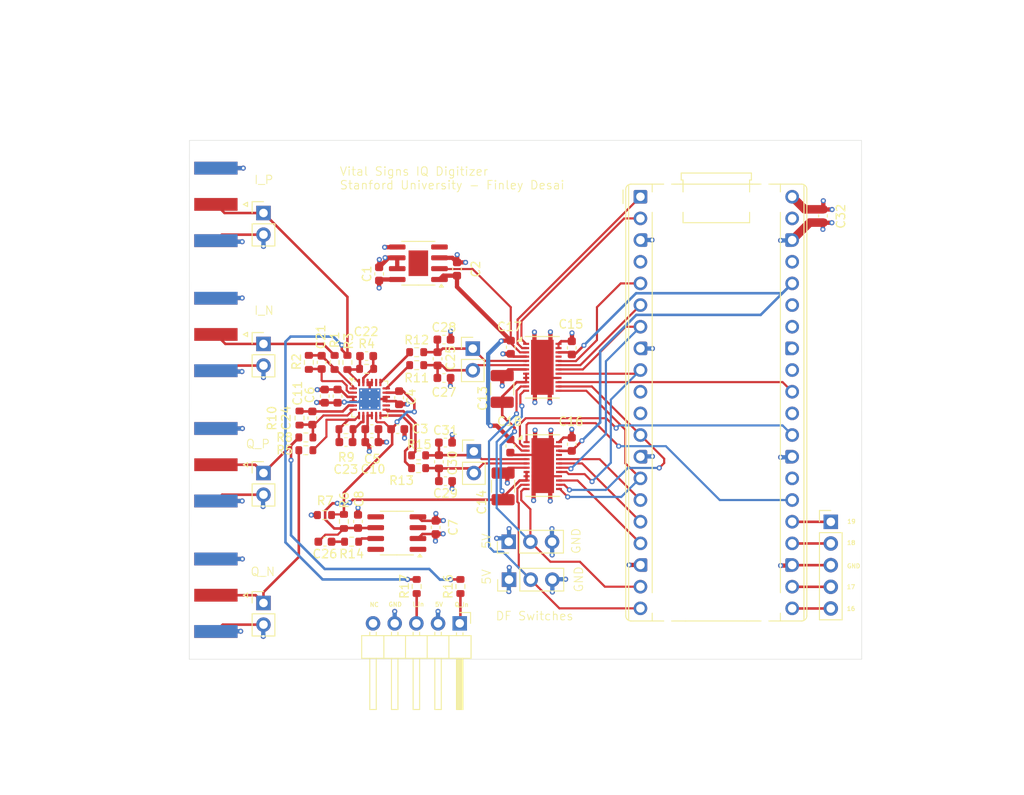
<source format=kicad_pcb>
(kicad_pcb (version 20241229) (generator "pcbnew") (generator_version "9.0")
  (layers (0 "F.Cu" signal) (4 "In1.Cu" signal) (6 "In2.Cu" signal) (2 "B.Cu" signal) (13 "F.Paste" user) (15 "B.Paste" user) (5 "F.SilkS" user "F.Silkscreen") (7 "B.SilkS" user "B.Silkscreen") (1 "F.Mask" user) (3 "B.Mask" user) (25 "Edge.Cuts" user))
  (net 0 "")
  (net 1 "/SEL_1")
  (net 2 "/GPIO_26")
  (net 3 "/GPIO_20")
  (net 4 "/GPIO_10")
  (net 5 "/GPIO_3")
  (net 6 "/SEL_0")
  (net 8 "/GPIO_1")
  (net 9 "/GPIO_6")
  (net 10 "/GPIO_4")
  (net 11 "GND")
  (net 12 "Net-(A1-GPIO18)")
  (net 13 "Net-(A1-GPIO17)")
  (net 14 "/GPIO_11")
  (net 15 "Net-(A1-GPIO19)")
  (net 16 "/GPIO_0")
  (net 17 "/GPIO_5")
  (net 18 "/3V3_Logic")
  (net 19 "/GPIO_22")
  (net 21 "/GPIO_12")
  (net 22 "Net-(A1-GPIO16)")
  (net 23 "/GPIO_13")
  (net 24 "/GPIO_9")
  (net 25 "+5V")
  (net 26 "/2V5")
  (net 27 "/Vref")
  (net 28 "Net-(U1A--IN1)")
  (net 29 "Net-(U1A-+FB1)")
  (net 30 "Net-(U1A-+IN1)")
  (net 31 "Net-(U1A--FB1)")
  (net 32 "Net-(U1B--IN2)")
  (net 33 "Net-(U1B-+FB2)")
  (net 34 "Net-(U1B-+IN2)")
  (net 35 "Net-(U1B--FB2)")
  (net 36 "/I_out_N")
  (net 37 "/I_out_P")
  (net 38 "Net-(C26-Pad1)")
  (net 39 "/Q_out_N")
  (net 40 "/Q_out_P")
  (net 41 "Net-(J1-In-)")
  (net 42 "/I_P")
  (net 43 "Net-(J12-Pin_1)")
  (net 44 "/Q_P")
  (net 46 "/Vocm")
  (net 47 "Net-(U1A-+1)")
  (net 48 "Net-(U1A--1)")
  (net 49 "Net-(U1B-+2)")
  (net 50 "Net-(U2-COMP)")
  (net 51 "Net-(U1B--2)")
  (net 70 "Net-(J6-Pin_3)")
  (net 71 "Net-(J6-Pin_1)")
  (footprint "Resistor_SMD:R_0603_1608Metric" (layer "F.Cu") (at 64.39 109.775 -90)
    (property "Reference" "R2")
    (property "Value" "1k")
  )
  (footprint "Package_DFN_QFN:DFN-24-1EP_4x7mm_P0.5mm_EP2.64x6.44mm" (layer "F.Cu") (at 91.8 121.875)
    (property "Reference" "U5" (hide yes))
    (property "Value" "LTC2508CDKD-32")
  )
  (footprint "Connector_PinHeader_2.54mm:PinHeader_1x02_P2.54mm_Vertical" (layer "F.Cu") (at 83.725 120.21)
    (property "Reference" "J8" (hide yes))
    (property "Value" "Conn_01x02_Pin")
  )
  (footprint "Connector_PinHeader_2.54mm:PinHeader_1x03_P2.54mm_Vertical" (layer "F.Cu") (at 87.81 130.8 90)
    (property "Reference" "SW2" (hide yes))
    (property "Value" "SW_SPDT" (hide yes))
  )
  (footprint "Resistor_SMD:R_0603_1608Metric" (layer "F.Cu") (at 68.91 109.785 -90)
    (property "Reference" "R3")
    (property "Value" "1k")
  )
  (footprint "Package_DFN_QFN:DFN-24-1EP_4x7mm_P0.5mm_EP2.64x6.44mm" (layer "F.Cu") (at 91.75 110.35)
    (property "Reference" "U4" (hide yes))
    (property "Value" "LTC2508CDKD-32")
  )
  (footprint "Resistor_SMD:R_0603_1608Metric" (layer "F.Cu") (at 66.225 127.675 180)
    (property "Reference" "R7")
    (property "Value" "10k")
  )
  (footprint "Resistor_SMD:R_0603_1608Metric" (layer "F.Cu") (at 82.15 136.05 90)
    (property "Reference" "R16")
    (property "Value" "0")
  )
  (footprint "Resistor_SMD:R_0603_1608Metric" (layer "F.Cu") (at 63.3 116.3 90)
    (property "Reference" "R10")
    (property "Value" "1k")
  )
  (footprint "Capacitor_SMD:C_0603_1608Metric" (layer "F.Cu") (at 80.225 111.6 180)
    (property "Reference" "C27")
    (property "Value" "3.3n")
  )
  (footprint "Capacitor_SMD:C_0603_1608Metric" (layer "F.Cu") (at 68.735 119.12)
    (property "Reference" "C23")
    (property "Value" "0.1u")
  )
  (footprint "Capacitor_SMD:C_0603_1608Metric" (layer "F.Cu") (at 71.775 119.125)
    (property "Reference" "C10")
    (property "Value" "0.1u")
  )
  (footprint "Capacitor_SMD:C_0603_1608Metric" (layer "F.Cu") (at 74.805 117.605 180)
    (property "Reference" "C3")
    (property "Value" "0.1u")
  )
  (footprint "Connector_Coaxial:SMA_Amphenol_132289_EdgeMount" (layer "F.Cu") (at 53.5 106.5 180)
    (property "Reference" "J1" (hide yes))
    (property "Value" "Conn_Coaxial")
  )
  (footprint "Capacitor_SMD:C_0603_1608Metric" (layer "F.Cu") (at 95.2 119.375 -90)
    (property "Reference" "C16")
    (property "Value" "0.1u")
  )
  (footprint "Connector_PinHeader_2.54mm:PinHeader_1x02_P2.54mm_Vertical" (layer "F.Cu") (at 83.6 108.16)
    (property "Reference" "J7" (hide yes))
    (property "Value" "Conn_01x02_Pin")
  )
  (footprint "Capacitor_SMD:C_1210_3225Metric_Pad1.33x2.70mm_HandSolder" (layer "F.Cu") (at 87.05 112.8875 90)
    (property "Reference" "C13")
    (property "Value" "47u")
  )
  (footprint "Capacitor_SMD:C_0603_1608Metric" (layer "F.Cu") (at 64.8 116.3 90)
    (property "Reference" "C24")
    (property "Value" "0.1u")
  )
  (footprint "Capacitor_SMD:C_0603_1608Metric" (layer "F.Cu") (at 88 119.575 -90)
    (property "Reference" "C18")
    (property "Value" "10u")
  )
  (footprint "Resistor_SMD:R_0603_1608Metric" (layer "F.Cu") (at 77.25 122.175)
    (property "Reference" "R13")
    (property "Value" "10")
  )
  (footprint "Connector_Coaxial:SMA_Amphenol_132289_EdgeMount" (layer "F.Cu") (at 53.5 137.075 180)
    (property "Reference" "J3" (hide yes))
    (property "Value" "Conn_Coaxial")
  )
  (footprint "Capacitor_SMD:C_0603_1608Metric" (layer "F.Cu") (at 79.475 109.355 90)
    (property "Reference" "C25")
    (property "Value" "3.3n")
  )
  (footprint "Resistor_SMD:R_0603_1608Metric" (layer "F.Cu") (at 67.41 109.785 -90)
    (property "Reference" "R1")
    (property "Value" "1k")
  )
  (footprint "Capacitor_SMD:C_0603_1608Metric" (layer "F.Cu") (at 80.4 119.175)
    (property "Reference" "C31")
    (property "Value" "3.3n")
  )
  (footprint "Module:RaspberryPi_Pico_Common_THT" (layer "F.Cu") (at 103.245 90.355)
    (property "Reference" "A1" (hide yes))
    (property "Value" "RaspberryPi_Pico_W")
  )
  (footprint "Resistor_SMD:R_0603_1608Metric" (layer "F.Cu") (at 68.5 128.425 90)
    (property "Reference" "R6")
    (property "Value" "10k")
  )
  (footprint "Capacitor_SMD:C_0603_1608Metric" (layer "F.Cu") (at 65.89 109.775 -90)
    (property "Reference" "C21")
    (property "Value" "0.1u")
  )
  (footprint "Resistor_SMD:R_0603_1608Metric" (layer "F.Cu") (at 77.25 120.675)
    (property "Reference" "R15")
    (property "Value" "10")
  )
  (footprint "Resistor_SMD:R_0603_1608Metric" (layer "F.Cu") (at 77.025 110.1)
    (property "Reference" "R11")
    (property "Value" "10")
  )
  (footprint "Connector_PinHeader_2.54mm:PinHeader_1x05_P2.54mm_Horizontal" (layer "F.Cu") (at 82.07 140.375 -90)
    (property "Reference" "J6" (hide yes))
    (property "Value" "Conn_01x05_Pin" (hide yes))
  )
  (footprint "Capacitor_SMD:C_0603_1608Metric" (layer "F.Cu") (at 80.4 123.7 180)
    (property "Reference" "C29")
    (property "Value" "3.3n")
  )
  (footprint "Capacitor_SMD:C_0603_1608Metric" (layer "F.Cu") (at 67.755 113.73 -90)
    (property "Reference" "C6")
    (property "Value" "1n")
  )
  (footprint "Capacitor_SMD:C_0603_1608Metric" (layer "F.Cu") (at 74.965 113.92 -90)
    (property "Reference" "C4")
    (property "Value" "0.1u")
  )
  (footprint "Capacitor_SMD:C_0603_1608Metric" (layer "F.Cu") (at 71.16 109.035)
    (property "Reference" "C22")
    (property "Value" "0.1u")
  )
  (footprint "Connector_Coaxial:SMA_Amphenol_132289_EdgeMount" (layer "F.Cu") (at 53.5 121.775 180)
    (property "Reference" "J4" (hide yes))
    (property "Value" "Conn_Coaxial")
  )
  (footprint "Capacitor_SMD:C_0603_1608Metric" (layer "F.Cu") (at 71.775 117.6)
    (property "Reference" "C5")
    (property "Value" "1n")
  )
  (footprint "Capacitor_SMD:C_1210_3225Metric_Pad1.33x2.70mm_HandSolder" (layer "F.Cu") (at 87.15 124.3125 90)
    (property "Reference" "C14")
    (property "Value" "47u")
  )
  (footprint "Connector_PinHeader_2.54mm:PinHeader_1x02_P2.54mm_Vertical" (layer "F.Cu") (at 59.075 122.75)
    (property "Reference" "J11" (hide yes))
    (property "Value" "Conn_01x02_Pin")
  )
  (footprint "Connector_Coaxial:SMA_Amphenol_132289_EdgeMount" (layer "F.Cu") (at 53.5 91.25 180)
    (property "Reference" "J2" (hide yes))
    (property "Value" "Conn_Coaxial")
  )
  (footprint "Capacitor_SMD:C_0603_1608Metric" (layer "F.Cu") (at 124.635 92.605 -90)
    (property "Reference" "C32")
    (property "Value" "10u")
  )
  (footprint "Capacitor_SMD:C_0603_1608Metric" (layer "F.Cu") (at 81.75 98.83 90)
    (property "Reference" "C2")
    (property "Value" "1u")
  )
  (footprint "Connector_PinHeader_2.54mm:PinHeader_1x02_P2.54mm_Vertical" (layer "F.Cu") (at 59.075 107.61)
    (property "Reference" "J10" (hide yes))
    (property "Value" "Conn_01x02_Pin" (hide yes))
  )
  (footprint "Resistor_SMD:R_0603_1608Metric" (layer "F.Cu") (at 69.4 130.8 180)
    (property "Reference" "R14")
    (property "Value" "82k")
  )
  (footprint "Connector_PinHeader_2.54mm:PinHeader_1x02_P2.54mm_Vertical" (layer "F.Cu") (at 59.075 137.985)
    (property "Reference" "J12" (hide yes))
    (property "Value" "Conn_01x02_Pin" (hide yes))
  )
  (footprint "Connector_PinHeader_2.54mm:PinHeader_1x05_P2.54mm_Vertical" (layer "F.Cu") (at 125.55 128.47)
    (property "Reference" "J5" (hide yes))
    (property "Value" "Conn_01x05_Pin" (hide yes))
  )
  (footprint "Capacitor_SMD:C_0603_1608Metric" (layer "F.Cu") (at 72.625 99.4 90)
    (property "Reference" "C1")
    (property "Value" "1u")
  )
  (footprint "Resistor_SMD:R_0603_1608Metric" (layer "F.Cu") (at 71.16 110.535)
    (property "Reference" "R4")
    (property "Value" "1k")
  )
  (footprint "Resistor_SMD:R_0603_1608Metric" (layer "F.Cu") (at 64.04 120.075)
    (property "Reference" "R5")
    (property "Value" "1k")
  )
  (footprint "Package_SO:SOIC-8_3.9x4.9mm_P1.27mm" (layer "F.Cu") (at 74.7 129.79 180)
    (property "Reference" "U2" (hide yes))
    (property "Value" "~")
  )
  (footprint "Resistor_SMD:R_0603_1608Metric" (layer "F.Cu") (at 77.025 136.05 90)
    (property "Reference" "R17")
    (property "Value" "R")
  )
  (footprint "Package_CSP:LFCSP-24-1EP_4x4mm_P0.5mm_EP2.5x2.5mm_ThermalVias" (layer "F.Cu") (at 71.525 114.075)
    (property "Reference" "U1" (hide yes))
    (property "Value" "ADA4940-2")
  )
  (footprint "Capacitor_SMD:C_0603_1608Metric" (layer "F.Cu") (at 66.255 113.73 -90)
    (property "Reference" "C11")
    (property "Value" "0.1u")
  )
  (footprint "Package_SO:SOIC-8-1EP_3.9x4.9mm_P1.27mm_EP2.29x3mm" (layer "F.Cu") (at 77.22 98.15 180)
    (property "Reference" "U3" (hide yes))
    (property "Value" "~")
  )
  (footprint "Connector_PinHeader_2.54mm:PinHeader_1x03_P2.54mm_Vertical" (layer "F.Cu") (at 87.845 135.25 90)
    (property "Reference" "SW1" (hide yes))
    (property "Value" "SW_SPDT" (hide yes))
  )
  (footprint "Capacitor_SMD:C_0603_1608Metric" (layer "F.Cu") (at 80.225 107.1)
    (property "Reference" "C28")
    (property "Value" "3.3n")
  )
  (footprint "Connector_PinHeader_2.54mm:PinHeader_1x02_P2.54mm_Vertical" (layer "F.Cu") (at 59.075 92.26)
    (property "Reference" "J9" (hide yes))
    (property "Value" "Conn_01x02_Pin")
  )
  (footprint "Capacitor_SMD:C_0603_1608Metric" (layer "F.Cu") (at 88.05 108 -90)
    (property "Reference" "C17")
    (property "Value" "10u")
  )
  (footprint "Capacitor_SMD:C_0603_1608Metric" (layer "F.Cu") (at 95.2 108.075 -90)
    (property "Reference" "C15")
    (property "Value" "0.1u")
  )
  (footprint "Resistor_SMD:R_0603_1608Metric" (layer "F.Cu") (at 64.04 118.575)
    (property "Reference" "R8")
    (property "Value" "1k")
  )
  (footprint "Resistor_SMD:R_0603_1608Metric" (layer "F.Cu") (at 77.025 108.575)
    (property "Reference" "R12")
    (property "Value" "10")
  )
  (footprint "Capacitor_SMD:C_0603_1608Metric" (layer "F.Cu") (at 66.275 130.8 180)
    (property "Reference" "C26")
    (property "Value" "10n")
  )
  (footprint "Resistor_SMD:R_0603_1608Metric" (layer "F.Cu") (at 68.74 117.605)
    (property "Reference" "R9")
    (property "Value" "1k")
  )
  (footprint "Capacitor_SMD:C_0603_1608Metric" (layer "F.Cu") (at 70.15 128.425 90)
    (property "Reference" "C8")
    (property "Value" "10u")
  )
  (footprint "Capacitor_SMD:C_0603_1608Metric" (layer "F.Cu") (at 79.635 121.43 90)
    (property "Reference" "C30")
    (property "Value" "3.3n")
  )
  (footprint "Capacitor_SMD:C_0603_1608Metric" (layer "F.Cu") (at 79.25 129.125 90)
    (property "Reference" "C7")
    (property "Value" "0.1u")
  )
  (gr_line (start 129.175 144.575) (end 129.15 83.75) (stroke (width 0.05)) (layer "Edge.Cuts"))
  (gr_line (start 50.4 83.75) (end 129.15 83.75) (stroke (width 0.05)) (layer "Edge.Cuts"))
  (gr_line (start 50.4 83.75) (end 50.375 144.575) (stroke (width 0.05)) (layer "Edge.Cuts"))
  (gr_line (start 50.375 144.575) (end 129.175 144.575) (stroke (width 0.05)) (layer "Edge.Cuts"))
  (gr_text "GND\n" (at 96.6 136.8 90) (layer "F.SilkS") (effects (font (size 1 1) (thickness 0.1)) (justify left bottom)))
  (gr_text "5V\n" (at 79.125 138.45 0) (layer "F.SilkS") (effects (font (size 0.5 0.5) (thickness 0.1)) (justify left bottom)))
  (gr_text "Vital Signs IQ Digitizer\nStanford University - Finley Desai" (at 67.95 89.575 0) (layer "F.SilkS") (effects (font (size 1 1) (thickness 0.1)) (justify left bottom)))
  (gr_text "Q_In\n" (at 81.425 138.475 0) (layer "F.SilkS") (effects (font (size 0.5 0.5) (thickness 0.1)) (justify left bottom)))
  (gr_text "5V\n" (at 85.8 135.9 90) (layer "F.SilkS") (effects (font (size 1 1) (thickness 0.1)) (justify left bottom)))
  (gr_text "DF Switches\n" (at 86.225 140.095 0) (layer "F.SilkS") (effects (font (size 1 1) (thickness 0.1)) (justify left bottom)))
  (gr_text "NC" (at 71.475 138.475 0) (layer "F.SilkS") (effects (font (size 0.5 0.5) (thickness 0.1)) (justify left bottom)))
  (gr_text "GND" (at 73.675 138.45 0) (layer "F.SilkS") (effects (font (size 0.5 0.5) (thickness 0.1)) (justify left bottom)))
  (gr_text "16" (at 127.375 138.95 0) (layer "F.SilkS") (effects (font (size 0.5 0.5) (thickness 0.1)) (justify left bottom)))
  (gr_text "18" (at 127.4 131.225 0) (layer "F.SilkS") (effects (font (size 0.5 0.5) (thickness 0.1)) (justify left bottom)))
  (gr_text "5V\n" (at 85.8 131.7 90) (layer "F.SilkS") (effects (font (size 1 1) (thickness 0.1)) (justify left bottom)))
  (gr_text "17" (at 127.375 136.4 0) (layer "F.SilkS") (effects (font (size 0.5 0.5) (thickness 0.1)) (justify left bottom)))
  (gr_text "GND" (at 127.4 133.95 0) (layer "F.SilkS") (effects (font (size 0.5 0.5) (thickness 0.1)) (justify left bottom)))
  (gr_text "I_N\n" (at 57.925 104.275 0) (layer "F.SilkS") (effects (font (size 1 1) (thickness 0.1)) (justify left bottom)))
  (gr_text "I_P" (at 57.925 88.95 0) (layer "F.SilkS") (effects (font (size 1 1) (thickness 0.1)) (justify left bottom)))
  (gr_text "Q_P" (at 56.95 119.925 0) (layer "F.SilkS") (effects (font (size 1 1) (thickness 0.1)) (justify left bottom)))
  (gr_text "19\n" (at 127.425 128.725 0) (layer "F.SilkS") (effects (font (size 0.5 0.5) (thickness 0.1)) (justify left bottom)))
  (gr_text "Q_N\n" (at 57.5 134.9 0) (layer "F.SilkS") (effects (font (size 1 1) (thickness 0.1)) (justify left bottom)))
  (gr_text "GND\n" (at 96.3 132.3 90) (layer "F.SilkS") (effects (font (size 1 1) (thickness 0.1)) (justify left bottom)))
  (gr_text "I_In" (at 76.5 138.425 0) (layer "F.SilkS") (effects (font (size 0.5 0.5) (thickness 0.1)) (justify left bottom)))
  (segment (start 90.35 130.8) (end 92.7 133.15) (width 0.25) (layer "F.Cu") (net 1))
  (segment (start 89.625 113.1) (end 89.177 113.548) (width 0.25) (layer "F.Cu") (net 1))
  (segment (start 90.35 126.998) (end 90.35 130.8) (width 0.25) (layer "F.Cu") (net 1))
  (segment (start 89.55 124.625) (end 89.277 124.898) (width 0.25) (layer "F.Cu") (net 1))
  (segment (start 96.15 133.15) (end 99.075 136.075) (width 0.25) (layer "F.Cu") (net 1))
  (segment (start 89.177 113.7) (end 89.177 114.726) (width 0.25) (layer "F.Cu") (net 1))
  (segment (start 89.277 124.898) (end 89.277 125.925) (width 0.25) (layer "F.Cu") (net 1))
  (segment (start 89.9 124.625) (end 89.55 124.625) (width 0.25) (layer "F.Cu") (net 1))
  (segment (start 89.177 114.726) (end 89.351 114.9) (width 0.25) (layer "F.Cu") (net 1))
  (segment (start 99.075 136.075) (end 103.245 136.075) (width 0.25) (layer "F.Cu") (net 1))
  (segment (start 89.277 125.925) (end 90.35 126.998) (width 0.25) (layer "F.Cu") (net 1))
  (segment (start 89.85 113.1) (end 89.625 113.1) (width 0.25) (layer "F.Cu") (net 1))
  (segment (start 92.7 133.15) (end 96.15 133.15) (width 0.25) (layer "F.Cu") (net 1))
  (segment (start 89.177 113.548) (end 89.177 113.7) (width 0.25) (layer "F.Cu") (net 1))
  (via (at 89.351 114.9) (size 0.6) (drill 0.3) (layers "F.Cu" "B.Cu") (net 1))
  (segment (start 86.4 126.85) (end 90.35 130.8) (width 0.25) (layer "B.Cu") (net 1))
  (segment (start 89.351 114.9) (end 89.351 116.149) (width 0.25) (layer "B.Cu") (net 1))
  (segment (start 86.4 119.1) (end 86.4 126.85) (width 0.25) (layer "B.Cu") (net 1))
  (segment (start 89.351 116.149) (end 86.4 119.1) (width 0.25) (layer "B.Cu") (net 1))
  (segment (start 119.899 112.089) (end 121.025 113.215) (width 0.25) (layer "F.Cu") (net 2))
  (segment (start 93.661 112.089) (end 119.899 112.089) (width 0.25) (layer "F.Cu") (net 2))
  (segment (start 93.65 112.1) (end 93.661 112.089) (width 0.25) (layer "F.Cu") (net 2))
  (segment (start 98 116.9) (end 100.7 119.6) (width 0.25) (layer "F.Cu") (net 3))
  (segment (start 89.9 117.1) (end 90.1 116.9) (width 0.25) (layer "F.Cu") (net 3))
  (segment (start 90.1 116.9) (end 98 116.9) (width 0.25) (layer "F.Cu") (net 3))
  (segment (start 89.9 119.125) (end 89.9 117.1) (width 0.25) (layer "F.Cu") (net 3))
  (via (at 100.7 119.6) (size 0.6) (drill 0.3) (layers "F.Cu" "B.Cu") (net 3))
  (segment (start 100.7 119.6) (end 106.225 119.6) (width 0.25) (layer "B.Cu") (net 3))
  (segment (start 106.225 119.6) (end 112.54 125.915) (width 0.25) (layer "B.Cu") (net 3))
  (segment (start 112.54 125.915) (end 121.025 125.915) (width 0.25) (layer "B.Cu") (net 3))
  (segment (start 93.7 124.625) (end 93.8 124.625) (width 0.25) (layer "F.Cu") (net 4))
  (segment (start 101.475 117.675) (end 101.475 121.605) (width 0.25) (layer "F.Cu") (net 4))
  (segment (start 93.8 124.625) (end 94.725 125.55) (width 0.25) (layer "F.Cu") (net 4))
  (segment (start 101.475 121.605) (end 103.245 123.375) (width 0.25) (layer "F.Cu") (net 4))
  (segment (start 96.9 113.1) (end 101.475 117.675) (width 0.25) (layer "F.Cu") (net 4))
  (segment (start 93.65 113.1) (end 96.9 113.1) (width 0.25) (layer "F.Cu") (net 4))
  (via (at 94.725 125.55) (size 0.6) (drill 0.3) (layers "F.Cu" "B.Cu") (net 4))
  (segment (start 94.725 125.55) (end 101 125.55) (width 0.25) (layer "B.Cu") (net 4))
  (segment (start 101 125.55) (end 103.175 123.375) (width 0.25) (layer "B.Cu") (net 4))
  (segment (start 103.175 123.375) (end 103.245 123.375) (width 0.25) (layer "B.Cu") (net 4))
  (segment (start 93.676 109.626) (end 95.684466 109.626) (width 0.25) (layer "F.Cu") (net 5))
  (segment (start 98.15 103.3) (end 100.935 100.515) (width 0.25) (layer "F.Cu") (net 5))
  (segment (start 95.684466 109.626) (end 98.15 107.160466) (width 0.25) (layer "F.Cu") (net 5))
  (segment (start 100.935 100.515) (end 103.245 100.515) (width 0.25) (layer "F.Cu") (net 5))
  (segment (start 93.65 109.6) (end 93.676 109.626) (width 0.25) (layer "F.Cu") (net 5))
  (segment (start 98.15 107.160466) (end 98.15 103.3) (width 0.25) (layer "F.Cu") (net 5))
  (segment (start 89.223 112.6) (end 88.726 113.097) (width 0.25) (layer "F.Cu") (net 6))
  (segment (start 88.986 126.285) (end 88.986 133.851) (width 0.25) (layer "F.Cu") (net 6))
  (segment (start 93.75 138.615) (end 103.245 138.615) (width 0.25) (layer "F.Cu") (net 6))
  (segment (start 88.826 124.572) (end 88.826 126.125) (width 0.25) (layer "F.Cu") (net 6))
  (segment (start 88.826 126.125) (end 88.986 126.285) (width 0.25) (layer "F.Cu") (net 6))
  (segment (start 88.726 114.6) (end 88.726 115.799) (width 0.25) (layer "F.Cu") (net 6))
  (segment (start 89.85 112.6) (end 89.223 112.6) (width 0.25) (layer "F.Cu") (net 6))
  (segment (start 88.726 115.799) (end 88.725 115.8) (width 0.25) (layer "F.Cu") (net 6))
  (segment (start 90.385 135.25) (end 93.75 138.615) (width 0.25) (layer "F.Cu") (net 6))
  (segment (start 88.726 113.097) (end 88.726 114.6) (width 0.25) (layer "F.Cu") (net 6))
  (segment (start 89.9 124.125) (end 89.273 124.125) (width 0.25) (layer "F.Cu") (net 6))
  (segment (start 88.986 133.851) (end 90.385 135.25) (width 0.25) (layer "F.Cu") (net 6))
  (segment (start 89.273 124.125) (end 88.826 124.572) (width 0.25) (layer "F.Cu") (net 6))
  (via (at 88.725 115.8) (size 0.6) (drill 0.3) (layers "F.Cu" "B.Cu") (net 6))
  (segment (start 85.5 131.4) (end 86.076 131.976) (width 0.25) (layer "B.Cu") (net 6))
  (segment (start 85.5 119.025) (end 85.5 131.4) (width 0.25) (layer "B.Cu") (net 6))
  (segment (start 87.111 131.976) (end 90.385 135.25) (width 0.25) (layer "B.Cu") (net 6))
  (segment (start 86.076 131.976) (end 87.111 131.976) (width 0.25) (layer "B.Cu") (net 6))
  (segment (start 88.725 115.8) (end 85.5 119.025) (width 0.25) (layer "B.Cu") (net 6))
  (segment (start 89.301 107.051) (end 89.301 104.93681) (width 0.25) (layer "F.Cu") (net 8))
  (segment (start 89.85 107.6) (end 89.301 107.051) (width 0.25) (layer "F.Cu") (net 8))
  (segment (start 101.34281 92.895) (end 103.245 92.895) (width 0.25) (layer "F.Cu") (net 8))
  (segment (start 89.301 104.93681) (end 101.34281 92.895) (width 0.25) (layer "F.Cu") (net 8))
  (segment (start 93.7 122.625) (end 94.589702 122.625) (width 0.25) (layer "F.Cu") (net 9))
  (segment (start 94.840702 122.876) (end 96.701 122.876) (width 0.25) (layer "F.Cu") (net 9))
  (segment (start 94.589702 122.625) (end 94.840702 122.876) (width 0.25) (layer "F.Cu") (net 9))
  (segment (start 96.701 122.876) (end 97.575 123.75) (width 0.25) (layer "F.Cu") (net 9))
  (segment (start 102.82 111.1) (end 103.245 110.675) (width 0.25) (layer "F.Cu") (net 9))
  (segment (start 93.65 111.1) (end 102.82 111.1) (width 0.25) (layer "F.Cu") (net 9))
  (via (at 97.575 123.75) (size 0.6) (drill 0.3) (layers "F.Cu" "B.Cu") (net 9))
  (segment (start 97.575 123.75) (end 99.775 121.55) (width 0.25) (layer "B.Cu") (net 9))
  (segment (start 99.775 121.55) (end 99.775 114.145) (width 0.25) (layer "B.Cu") (net 9))
  (segment (start 99.775 114.145) (end 103.245 110.675) (width 0.25) (layer "B.Cu") (net 9))
  (segment (start 103.245 103.055) (end 96.2 110.1) (width 0.25) (layer "F.Cu") (net 10))
  (segment (start 96.2 110.1) (end 93.65 110.1) (width 0.25) (layer "F.Cu") (net 10))
  (segment (start 53.6 110.85) (end 53.5 110.75) (width 0.5) (layer "F.Cu") (net 11))
  (segment (start 93.073 119.625) (end 91.8 120.898) (width 0.25) (layer "F.Cu") (net 11))
  (segment (start 54.2 94.8) (end 53.5 95.5) (width 0.3) (layer "F.Cu") (net 11))
  (segment (start 71.525 112.1625) (end 71.55 112.1375) (width 0.3) (layer "F.Cu") (net 11))
  (segment (start 90.825 109.425) (end 91.75 110.35) (width 0.5) (layer "F.Cu") (net 11))
  (segment (start 123.08 93.38) (end 121.025 95.435) (width 1) (layer "F.Cu") (net 11))
  (segment (start 66.225 114.475) (end 66.255 114.505) (width 0.5) (layer "F.Cu") (net 11))
  (segment (start 87.65 123.25) (end 87.15 122.75) (width 0.5) (layer "F.Cu") (net 11))
  (segment (start 56.4 141.3) (end 53.525 141.3) (width 0.5) (layer "F.Cu") (net 11))
  (segment (start 74.745 97.515) (end 73.735 97.515) (width 0.5) (layer "F.Cu") (net 11))
  (segment (start 72.55 117.6) (end 72.55 119.125) (width 0.3) (layer "F.Cu") (net 11))
  (segment (start 54.3 140.525) (end 53.5 141.325) (width 0.3) (layer "F.Cu") (net 11))
  (segment (start 124.625 94.175) (end 124.625 93.39) (width 0.5) (layer "F.Cu") (net 11))
  (segment (start 93 111.6) (end 91.75 110.35) (width 0.25) (layer "F.Cu") (net 11))
  (segment (start 92.75 117.725) (end 92.75 120.925) (width 0.5) (layer "F.Cu") (net 11))
  (segment (start 87.775 122.125) (end 87.15 122.75) (width 0.25) (layer "F.Cu") (net 11))
  (segment (start 71.775 112.1375) (end 71.55 112.1375) (width 0.3) (layer "F.Cu") (net 11))
  (segment (start 72.65 97.725) (end 72.65 98.6) (width 0.5) (layer "F.Cu") (net 11))
  (segment (start 56.575 102.225) (end 53.525 102.225) (width 0.5) (layer "F.Cu") (net 11))
  (segment (start 59.075 94.8) (end 54.2 94.8) (width 0.3) (layer "F.Cu") (net 11))
  (segment (start 121.04 133.55) (end 121.025 133.535) (width 0.3) (layer "F.Cu") (net 11))
  (segment (start 88.375 109.1) (end 88.05 108.775) (width 0.3) (layer "F.Cu") (net 11))
  (segment (start 53.55 141.375) (end 53.5 141.325) (width 0.5) (layer "F.Cu") (net 11))
  (segment (start 89.9 120.625) (end 88.275 120.625) (width 0.3) (layer "F.Cu") (net 11))
  (segment (start 75.6 117.625) (end 75.58 117.605) (width 0.5) (layer "F.Cu") (net 11))
  (segment (start 90.9 117.725) (end 90.9 120.975) (width 0.5) (layer "F.Cu") (net 11))
  (segment (start 56.6 132.825) (end 53.5 132.825) (width 0.5) (layer "F.Cu") (net 11))
  (segment (start 53.525 86.975) (end 53.5 87) (width 0.5) (layer "F.Cu") (net 11))
  (segment (start 75.6 118.65) (end 75.6 117.625) (width 0.5) (layer "F.Cu") (net 11))
  (segment (start 92.675 126.025) (end 92.675 122.75) (width 0.5) (layer "F.Cu") (net 11))
  (segment (start 79.275 128.325) (end 79.25 128.35) (width 0.5) (layer "F.Cu") (net 11))
  (segment (start 95.225 107.275) (end 95.2 107.3) (width 0.5) (layer "F.Cu") (net 11))
  (segment (start 75.95 114.675) (end 74.985 114.675) (width 0.5) (layer "F.Cu") (net 11))
  (segment (start 121.075 133.585) (end 121.025 133.535) (width 0.5) (layer "F.Cu") (net 11))
  (segment (start 90.875 114.475) (end 90.875 111.225) (width 0.5) (layer "F.Cu") (net 11))
  (segment (start 56.7 87) (end 53.5 87) (width 0.5) (layer "F.Cu") (net 11))
  (segment (start 93.7 119.625) (end 93.073 119.625) (width 0.25) (layer "F.Cu") (net 11))
  (segment (start 94.225 118.6) (end 93.7 119.125) (width 0.3) (layer "F.Cu") (net 11))
  (segment (start 120.96 133.6) (end 121.025 133.535) (width 0.5) (layer "F.Cu") (net 11))
  (segment (start 59.075 140.525) (end 54.3 140.525) (width 0.3) (layer "F.Cu") (net 11))
  (segment (start 65.3 114.475) (end 66.225 114.475) (width 0.5) (layer "F.Cu") (net 11))
  (segment (start 67.755 114.505) (end 66.255 114.505) (width 0.3) (layer "F.Cu") (net 11))
  (segment (start 79.275 127.5) (end 79.275 128.325) (width 0.5) (layer "F.Cu") (net 11))
  (segment (start 59.075 110.15) (end 54.1 110.15) (width 0.3) (layer "F.Cu") (net 11))
  (segment (start 56.575 95.625) (end 53.625 95.625) (width 0.5) (layer "F.Cu") (net 11))
  (segment (start 74.745 97.515) (end 74.745 98.785) (width 0.5) (layer "F.Cu") (net 11))
  (segment (start 87.65 123.925) (end 87.65 123.25) (width 0.5) (layer "F.Cu") (net 11))
  (segment (start 80.15 128.325) (end 79.275 128.325) (width 0.5) (layer "F.Cu") (net 11))
  (segment (start 73.735 97.515) (end 72.625 98.625) (width 0.5) (layer "F.Cu") (net 11))
  (segment (start 93.95 107.3) (end 93.65 107.6) (width 0.3) (layer "F.Cu") (net 11))
  (segment (start 54.1 110.15) (end 53.5 110.75) (width 0.3) (layer "F.Cu") (net 11))
  (segment (start 72.65 98.6) (end 72.625 98.625) (width 0.5) (layer "F.Cu") (net 11))
  (segment (start 56.6 117.525) (end 53.5 117.525) (width 0.5) (layer "F.Cu") (net 11))
  (segment (start 53.525 102.225) (end 53.5 102.25) (width 0.5) (layer "F.Cu") (net 11))
  (segment (start 125.675 93.4) (end 124.655 93.4) (width 0.5) (layer "F.Cu") (net 11))
  (segment (start 119.675 133.6) (end 120.96 133.6) (width 0.5) (layer "F.Cu") (net 11))
  (segment (start 80.975 112.575) (end 80.975 111.625) (width 0.5) (layer "F.Cu") (net 11))
  (segment (start 90.825 106.225) (end 90.825 109.425) (width 0.5) (layer "F.Cu") (net 11))
  (segment (start 81.775 97.15) (end 81.775 98.03) (width 0.5) (layer "F.Cu") (net 11))
  (segment (start 59.075 125.29) (end 54.235 125.29) (width 0.3) (layer "F.Cu") (net 11))
  (segment (start 124.625 93.39) (end 124.635 93.38) (width 0.5) (layer "F.Cu") (net 11))
  (segment (start 79.25 128.35) (end 77.64 128.35) (width 0.3) (layer "F.Cu") (net 11))
  (segment (start 81.175 124.6) (end 81.175 123.7) (width 0.5) (layer "F.Cu") (net 11))
  (segment (start 72.525 114.075) (end 73.4625 114.075) (width 0.3) (layer "F.Cu") (net 11))
  (segment (start 77.64 128.35) (end 77.175 127.885) (width 0.3) (layer "F.Cu") (net 11))
  (segment (start 67.755 114.505) (end 68.464251 114.505) (width 0.25) (layer "F.Cu") (net 11))
  (segment (start 53.625 95.625) (end 53.5 95.5) (width 0.5) (layer "F.Cu") (net 11))
  (segment (start 64.675 127.675) (end 65.4 127.675) (width 0.5) (layer "F.Cu") (net 11))
  (segment (start 89.85 109.1) (end 88.375 109.1) (width 0.3) (layer "F.Cu") (net 11))
  (segment (start 87.125 108.775) (end 88.05 108.775) (width 0.5) (layer "F.Cu") (net 11))
  (segment (start 56.55 110.85) (end 53.6 110.85) (width 0.5) (layer "F.Cu") (net 11))
  (segment (start 101.925 133.525) (end 103.235 133.525) (width 0.5) (layer "F.Cu") (net 11))
  (segment (start 95.2 117.625) (end 95.2 118.6) (width 0.5) (layer "F.Cu") (net 11))
  (segment (start 89.9 120.625) (end 90.55 120.625) (width 0.25) (layer "F.Cu") (net 11))
  (segment (start 74.73 97.5) (end 74.745 97.515) (width 0.5) (layer "F.Cu") (net 11))
  (segment (start 70.15 126.825) (end 70.15 127.65) (width 0.5) (layer "F.Cu") (net 11))
  (segment (start 95.2 118.6) (end 94.225 118.6) (width 0.3) (layer "F.Cu") (net 11))
  (segment (start 56.575 126.025) (end 53.5 126.025) (width 0.5) (layer "F.Cu") (net 11))
  (segment (start 93.65 111.6) (end 93 111.6) (width 0.25) (layer "F.Cu") (net 11))
  (segment (start 82.75 98.05) (end 81.755 98.05) (width 0.5) (layer "F.Cu") (net 11))
  (segment (start 74.965 114.695) (end 74.595 114.325) (width 0.3) (layer "F.Cu") (net 11))
  (segment (start 87.05 112.525) (end 87.05 111.325) (width 0.5) (layer "F.Cu") (net 11))
  (segment (start 92.625 111.225) (end 91.75 110.35) (width 0.5) (layer "F.Cu") (net 11))
  (segment (start 88.275 120.625) (end 88 120.35) (width 0.3) (layer "F.Cu") (net 11))
  (segment (start 81.755 98.05) (end 81.75 98.055) (width 0.5) (layer "F.Cu") (net 11))
  (segment (start 91.8 120.898) (end 91.8 121.875) (width 0.25) (layer "F.Cu") (net 11))
  (segment (start 80.975 111.625) (end 81 111.6) (width 0.5) (layer "F.Cu") (net 11))
  (segment (start 90.9 120.975) (end 91.8 121.875) (width 0.5) (layer "F.Cu") (net 11))
  (segment (start 71.55 112.1375) (end 71.275 112.1375) (width 0.3) (layer "F.Cu") (net 11))
  (segment (start 81.21 97.515) (end 79.695 97.515) (width 0.5) (layer "F.Cu") (net 11))
  (segment (start 73.325 97.5) (end 74.73 97.5) (width 0.5) (layer "F.Cu") (net 11))
  (segment (start 95.225 106.325) (end 95.225 107.275) (width 0.5) (layer "F.Cu") (net 11))
  (segment (start 73.4625 114.075) (end 73.4625 114.325) (width 0.3) (layer "F.Cu") (net 11))
  (segment (start 92.675 122.75) (end 91.8 121.875) (width 0.5) (layer "F.Cu") (net 11))
  (segment (start 124.655 93.4) (end 124.635 93.38) (width 0.5) (layer "F.Cu") (net 11))
  (segment (start 71.525 113.075) (end 71.525 112.1625) (width 0.3) (layer "F.Cu") (net 11))
  (segment (start 81 106.125) (end 81 107.1) (width 0.5) (layer "F.Cu") (net 11))
  (segment (start 103.235 133.525) (end 103.245 133.535) (width 0.5) (layer "F.Cu") (net 11))
  (segment (start 92.7 106.2) (end 92.7 109.4) (width 0.5) (layer "F.Cu") (net 11))
  (segment (start 124.635 93.38) (end 123.08 93.38) (width 1) (layer "F.Cu") (net 11))
  (segment (start 90.55 120.625) (end 91.8 121.875) (width 0.25) (layer "F.Cu") (net 11))
  (segment (start 90.875 111.225) (end 91.75 110.35) (width 0.5) (layer "F.Cu") (net 11))
  (segment (start 72.785 98.785) (end 72.625 98.625) (width 0.5) (layer "F.Cu") (net 11))
  (segment (start 93.65 107.6) (end 93.65 108.1) (width 0.25) (layer "F.Cu") (net 11))
  (segment (start 54.235 125.29) (end 53.5 126.025) (width 0.3) (layer "F.Cu") (net 11))
  (segment (start 92.7 109.4) (end 91.75 110.35) (width 0.5) (layer "F.Cu") (net 11))
  (segment (start 81.2 119.15) (end 81.175 119.175) (width 0.5) (layer "F.Cu") (net 11))
  (segment (start 68.464251 114.505) (end 68.538717 114.430534) (width 0.25) (layer "F.Cu") (net 11))
  (segment (start 74.985 114.675) (end 74.965 114.695) (width 0.5) (layer "F.Cu") (net 11))
  (segment (start 89.85 110.6) (end 87.775 110.6) (width 0.3) (layer "F.Cu") (net 11))
  (segment (start 93.05 123.125) (end 91.8 121.875) (width 0.25) (layer "F.Cu") (net 11))
  (segment (start 92.625 114.475) (end 92.625 111.225) (width 0.5) (layer "F.Cu") (net 11))
  (segment (start 53.525 141.3) (end 53.5 141.325) (width 0.5) (layer "F.Cu") (net 11))
  (segment (start 90.725 122.95) (end 91.8 121.875) (width 0.5) (layer "F.Cu") (net 11))
  (segment (start 90.725 125.975) (end 90.725 122.95) (width 0.5) (layer "F.Cu") (net 11))
  (segment (start 74.585 98.625) (end 74.745 98.785) (width 0.3) (layer "F.Cu") (net 11))
  (segment (start 89.9 122.125) (end 87.775 122.125) (width 0.25) (layer "F.Cu") (net 11))
  (segment (start 73.4625 113.825) (end 73.4625 114.075) (width 0.3) (layer "F.Cu") (net 11))
  (segment (start 81.775 98.03) (end 81.75 98.055) (width 0.5) (layer "F.Cu") (net 11))
  (segment (start 95.2 107.3) (end 93.95 107.3) (width 0.3) (layer "F.Cu") (net 11))
  (segment (start 73.5 119.125) (end 72.55 119.125) (width 0.5) (layer "F.Cu") (net 11))
  (segment (start 93.7 123.125) (end 93.05 123.125) (width 0.25) (layer "F.Cu") (net 11))
  (segment (start 87.775 110.6) (end 87.05 111.325) (width 0.3) (layer "F.Cu") (net 11))
  (segment (start 74.595 114.325) (end 73.4625 114.325) (width 0.3) (layer "F.Cu") (net 11))
  (segment (start 81.75 98.055) (end 81.21 97.515) (width 0.5) (layer "F.Cu") (net 11))
  (segment (start 92.75 120.925) (end 91.8 121.875) (width 0.5) (layer "F.Cu") (net 11))
  (segment (start 125.55 133.55) (end 121.04 133.55) (width 0.3) (layer "F.Cu") (net 11))
  (segment (start 81.2 118.25) (end 81.2 119.15) (width 0.5) (layer "F.Cu") (net 11))
  (via (at 87.65 123.925) (size 0.6) (drill 0.3) (layers "F.Cu" "B.Cu") (net 11))
  (via (at 92.925 136.7) (size 0.6) (drill 0.3) (layers "F.Cu" "B.Cu") (net 11))
  (via (at 95.2 117.625) (size 0.6) (drill 0.3) (layers "F.Cu" "B.Cu") (net 11))
  (via (at 92.675 126.025) (size 0.6) (drill 0.3) (layers "F.Cu" "B.Cu") (net 11))
  (via (at 92.7 106.2) (size 0.6) (drill 0.3) (layers "F.Cu" "B.Cu") (net 11))
  (via (at 73.325 97.5) (size 0.6) (drill 0.3) (layers "F.Cu" "B.Cu") (net 11))
  (via (at 64.675 127.675) (size 0.6) (drill 0.3) (layers "F.Cu" "B.Cu") (net 11))
  (via (at 90.825 106.225) (size 0.6) (drill 0.3) (layers "F.Cu" "B.Cu") (net 11))
  (via (at 92.75 117.725) (size 0.6) (drill 0.3) (layers "F.Cu" "B.Cu") (net 11))
  (via (at 56.575 102.225) (size 0.6) (drill 0.3) (layers "F.Cu" "B.Cu") (net 11))
  (via (at 80.15 128.325) (size 0.6) (drill 0.3) (layers "F.Cu" "B.Cu") (net 11))
  (via (at 56.4 141.3) (size 0.6) (drill 0.3) (layers "F.Cu" "B.Cu") (net 11))
  (via (at 56.6 132.825) (size 0.6) (drill 0.3) (layers "F.Cu" "B.Cu") (net 11))
  (via (at 92.875 129.275) (size 0.6) (drill 0.3) (layers "F.Cu" "B.Cu") (net 11))
  (via (at 104.6 95.425) (size 0.6) (drill 0.3) (layers "F.Cu" "B.Cu") (net 11))
  (via (at 81.2 118.25) (size 0.6) (drill 0.3) (layers "F.Cu" "B.Cu") (net 11))
  (via (at 59.075 96.175) (size 0.6) (drill 0.3) (layers "F.Cu" "B.Cu") (net 11))
  (via (at 90.9 117.725) (size 0.6) (drill 0.3) (layers "F.Cu" "B.Cu") (net 11))
  (via (at 119.675 120.9) (size 0.6) (drill 0.3) (layers "F.Cu" "B.Cu") (net 11))
  (via (at 59.05 141.9) (size 0.6) (drill 0.3) (layers "F.Cu" "B.Cu") (net 11))
  (via (at 59.025 126.675) (size 0.6) (drill 0.3) (layers "F.Cu" "B.Cu") (net 11))
  (via (at 124.625 94.175) (size 0.6) (drill 0.3) (layers "F.Cu" "B.Cu") (net 11))
  (via (at 68.538717 114.430534) (size 0.6) (drill 0.3) (layers "F.Cu" "B.Cu") (net 11))
  (via (at 56.575 95.625) (size 0.6) (drill 0.3) (layers "F.Cu" "B.Cu") (net 11))
  (via (at 101.925 133.525) (size 0.6) (drill 0.3) (layers "F.Cu" "B.Cu") (net 11))
  (via (at 90.725 125.975) (size 0.6) (drill 0.3) (layers "F.Cu" "B.Cu") (net 11))
  (via (at 81.175 124.6) (size 0.6) (drill 0.3) (layers "F.Cu" "B.Cu") (net 11))
  (via (at 70.15 126.825) (size 0.6) (drill 0.3) (layers "F.Cu" "B.Cu") (net 11))
  (via (at 87.125 108.775) (size 0.6) (drill 0.3) (layers "F.Cu" "B.Cu") (net 11))
  (via (at 56.6 117.525) (size 0.6) (drill 0.3) (layers "F.Cu" "B.Cu") (net 11))
  (via (at 87.05 112.525) (size 0.6) (drill 0.3) (layers "F.Cu" "B.Cu") (net 11))
  (via (at 75.6 118.65) (size 0.6) (drill 0.3) (layers "F.Cu" "B.Cu") (net 11))
  (via (at 81 106.125) (size 0.6) (drill 0.3) (layers "F.Cu" "B.Cu") (net 11))
  (via (at 119.675 95.475) (size 0.6) (drill 0.3) (layers "F.Cu" "B.Cu") (net 11))
  (via (at 72.65 97.725) (size 0.6) (drill 0.3) (layers "F.Cu" "B.Cu") (net 11))
  (via (at 94.475 135.2) (size 0.6) (drill 0.3) (layers "F.Cu" "B.Cu") (net 11))
  (via (at 56.575 126.025) (size 0.6) (drill 0.3) (layers "F.Cu" "B.Cu") (net 11))
  (via (at 79.275 127.5) (size 0.6) (drill 0.3) (layers "F.Cu" "B.Cu") (net 11))
  (via (at 82.75 98.05) (size 0.6) (drill 0.3) (layers "F.Cu" "B.Cu") (net 11))
  (via (at 56.55 110.85) (size 0.6) (drill 0.3) (layers "F.Cu" "B.Cu") (net 11))
  (via (at 104.65 108.15) (size 0.6) (drill 0.3) (layers "F.Cu" "B.Cu") (net 11))
  (via (at 90.875 114.475) (size 0.6) (drill 0.3) (layers "F.Cu" "B.Cu") (net 11))
  (via (at 119.675 133.6) (size 0.6) (drill 0.3) (layers "F.Cu" "B.Cu") (net 11))
  (via (at 75.95 114.675) (size 0.6) (drill 0.3) (layers "F.Cu" "B.Cu") (net 11))
  (via (at 65.3 114.475) (size 0.6) (drill 0.3) (layers "F.Cu" "B.Cu") (net 11))
  (via (at 74.45 138.975) (size 0.6) (drill 0.3) (layers "F.Cu" "B.Cu") (net 11))
  (via (at 73.5 119.125) (size 0.6) (drill 0.3) (layers "F.Cu" "B.Cu") (net 11))
  (via (at 81.775 97.15) (size 0.6) (drill 0.3) (layers "F.Cu" "B.Cu") (net 11))
  (via (at 80.975 112.575) (size 0.6) (drill 0.3) (layers "F.Cu" "B.Cu") (net 11))
  (via (at 95.225 106.325) (size 0.6) (drill 0.3) (layers "F.Cu" "B.Cu") (net 11))
  (via (at 92.9 132.35) (size 0.6) (drill 0.3) (layers "F.Cu" "B.Cu") (net 11))
  (via (at 125.675 93.4) (size 0.6) (drill 0.3) (layers "F.Cu" "B.Cu") (net 11))
  (via (at 92.625 114.475) (size 0.6) (drill 0.3) (layers "F.Cu" "B.Cu") (net 11))
  (via (at 104.65 120.8) (size 0.6) (drill 0.3) (layers "F.Cu" "B.Cu") (net 11))
  (via (at 56.7 87) (size 0.6) (drill 0.3) (layers "F.Cu" "B.Cu") (net 11))
  (via (at 59.075 111.55) (size 0.6) (drill 0.3) (layers "F.Cu" "B.Cu") (net 11))
  (segment (start 92.9 132.35) (end 92.9 130.81) (width 0.5) (layer "B.Cu") (net 11))
  (segment (start 74.45 138.975) (end 74.45 140.375) (width 0.5) (layer "B.Cu") (net 11))
  (segment (start 56.4 141.3) (end 53.525 141.3) (width 0.5) (layer "B.Cu") (net 11))
  (segment (start 120.985 95.475) (end 121.025 95.435) (width 0.5) (layer "B.Cu") (net 11))
  (segment (start 103.255 95.425) (end 103.245 95.435) (width 0.5) (layer "B.Cu") (net 11))
  (segment (start 56.575 102.225) (end 53.525 102.225) (width 0.5) (layer "B.Cu") (net 11))
  (segment (start 53.6 110.85) (end 53.5 110.75) (width 0.5) (layer "B.Cu") (net 11))
  (segment (start 119.675 95.475) (end 120.985 95.475) (width 0.5) (layer "B.Cu") (net 11))
  (segment (start 59.025 125.34) (end 59.075 125.29) (width 0.5) (layer "B.Cu") (net 11))
  (segment (start 92.875 129.275) (end 92.875 130.785) (width 0.5) (layer "B.Cu") (net 11))
  (segment (start 56.7 87) (end 53.5 87) (width 0.5) (layer "B.Cu") (net 11))
  (segment (start 53.525 141.3) (end 53.5 141.325) (width 0.5) (layer "B.Cu") (net 11))
  (segment (start 59.05 140.55) (end 59.075 140.525) (width 0.5) (layer "B.Cu") (net 11))
  (segment (start 56.6 132.825) (end 53.5 132.825) (width 0.5) (layer "B.Cu") (net 11))
  (segment (start 104.65 108.15) (end 103.26 108.15) (width 0.5) (layer "B.Cu") (net 11))
  (segment (start 92.875 130.785) (end 92.89 130.8) (width 0.5) (layer "B.Cu") (net 11))
  (segment (start 56.575 126.025) (end 53.5 126.025) (width 0.5) (layer "B.Cu") (net 11))
  (segment (start 120.96 120.9) (end 121.025 120.835) (width 0.5) (layer "B.Cu") (net 11))
  (segment (start 59.075 111.55) (end 59.075 110.15) (width 0.5) (layer "B.Cu") (net 11))
  (segment (start 92.975 135.2) (end 92.925 135.25) (width 0.5) (layer "B.Cu") (net 11))
  (segment (start 92.9 130.81) (end 92.89 130.8) (width 0.5) (layer "B.Cu") (net 11))
  (segment (start 103.26 108.15) (end 103.245 108.135) (width 0.5) (layer "B.Cu") (net 11))
  (segment (start 104.65 120.8) (end 103.28 120.8) (width 0.5) (layer "B.Cu") (net 11))
  (segment (start 119.675 120.9) (end 120.96 120.9) (width 0.5) (layer "B.Cu") (net 11))
  (segment (start 103.28 120.8) (end 103.245 120.835) (width 0.5) (layer "B.Cu") (net 11))
  (segment (start 59.075 96.175) (end 59.075 94.8) (width 0.5) (layer "B.Cu") (net 11))
  (segment (start 68.538717 114.430534) (end 70.169466 114.430534) (width 0.25) (layer "B.Cu") (net 11))
  (segment (start 94.475 135.2) (end 92.975 135.2) (width 0.5) (layer "B.Cu") (net 11))
  (segment (start 104.6 95.425) (end 103.255 95.425) (width 0.5) (layer "B.Cu") (net 11))
  (segment (start 70.169466 114.430534) (end 70.525 114.075) (width 0.25) (layer "B.Cu") (net 11))
  (segment (start 56.575 95.625) (end 53.625 95.625) (width 0.5) (layer "B.Cu") (net 11))
  (segment (start 59.05 141.9) (end 59.05 140.55) (width 0.5) (layer "B.Cu") (net 11))
  (segment (start 56.55 110.85) (end 53.6 110.85) (width 0.5) (layer "B.Cu") (net 11))
  (segment (start 53.525 102.225) (end 53.5 102.25) (width 0.5) (layer "B.Cu") (net 11))
  (segment (start 59.025 126.675) (end 59.025 125.34) (width 0.5) (layer "B.Cu") (net 11))
  (segment (start 92.925 136.7) (end 92.925 135.25) (width 0.5) (layer "B.Cu") (net 11))
  (segment (start 53.625 95.625) (end 53.5 95.5) (width 0.5) (layer "B.Cu") (net 11))
  (segment (start 56.6 117.525) (end 53.5 117.525) (width 0.5) (layer "B.Cu") (net 11))
  (segment (start 121.04 131.01) (end 121.025 130.995) (width 0.3) (layer "F.Cu") (net 12))
  (segment (start 121.075 131.045) (end 121.025 130.995) (width 0.5) (layer "F.Cu") (net 12))
  (segment (start 125.55 131.01) (end 121.04 131.01) (width 0.3) (layer "F.Cu") (net 12))
  (segment (start 125.55 136.09) (end 121.04 136.09) (width 0.3) (layer "F.Cu") (net 13))
  (segment (start 121.04 136.09) (end 121.025 136.075) (width 0.3) (layer "F.Cu") (net 13))
  (segment (start 98.455 121.125) (end 103.245 125.915) (width 0.25) (layer "F.Cu") (net 14))
  (segment (start 93.7 121.125) (end 98.455 121.125) (width 0.25) (layer "F.Cu") (net 14))
  (segment (start 121.04 128.47) (end 121.025 128.455) (width 0.3) (layer "F.Cu") (net 15))
  (segment (start 125.55 128.47) (end 121.04 128.47) (width 0.3) (layer "F.Cu") (net 15))
  (segment (start 89.85 108.1) (end 89.375 108.1) (width 0.25) (layer "F.Cu") (net 16))
  (segment (start 88.85 107.575) (end 88.85 104.75) (width 0.25) (layer "F.Cu") (net 16))
  (segment (start 88.85 104.75) (end 103.245 90.355) (width 0.25) (layer "F.Cu") (net 16))
  (segment (start 89.375 108.1) (end 88.85 107.575) (width 0.25) (layer "F.Cu") (net 16))
  (segment (start 94.975 122.125) (end 95.1 122.25) (width 0.25) (layer "F.Cu") (net 17))
  (segment (start 96.5 110.6) (end 101.505 105.595) (width 0.25) (layer "F.Cu") (net 17))
  (segment (start 101.505 105.595) (end 103.245 105.595) (width 0.25) (layer "F.Cu") (net 17))
  (segment (start 93.65 110.6) (end 96.5 110.6) (width 0.25) (layer "F.Cu") (net 17))
  (segment (start 93.7 122.125) (end 94.975 122.125) (width 0.25) (layer "F.Cu") (net 17))
  (via (at 95.1 122.25) (size 0.6) (drill 0.3) (layers "F.Cu" "B.Cu") (net 17))
  (segment (start 99.2 118.15) (end 99.2 109.64) (width 0.25) (layer "B.Cu") (net 17))
  (segment (start 95.1 122.25) (end 99.2 118.15) (width 0.25) (layer "B.Cu") (net 17))
  (segment (start 99.2 109.64) (end 103.245 105.595) (width 0.25) (layer "B.Cu") (net 17))
  (segment (start 94.95 108.6) (end 93.65 108.6) (width 0.3) (layer "F.Cu") (net 18))
  (segment (start 95.55 108.85) (end 96.625 107.775) (width 0.3) (layer "F.Cu") (net 18))
  (segment (start 95.2 120.15) (end 93.725 120.15) (width 0.3) (layer "F.Cu") (net 18))
  (segment (start 95.2 108.85) (end 95.55 108.85) (width 0.3) (layer "F.Cu") (net 18))
  (segment (start 93.725 120.15) (end 93.7 120.125) (width 0.3) (layer "F.Cu") (net 18))
  (segment (start 95.2 108.85) (end 94.95 108.6) (width 0.3) (layer "F.Cu") (net 18))
  (segment (start 96.3875 118.9625) (end 95.2 120.15) (width 0.3) (layer "F.Cu") (net 18))
  (via (at 96.3875 118.9625) (size 0.6) (drill 0.3) (layers "F.Cu" "B.Cu") (net 18))
  (via (at 96.625 107.775) (size 0.6) (drill 0.3) (layers "F.Cu" "B.Cu") (net 18))
  (segment (start 98.525 108.44924) (end 102.76824 104.206) (width 0.3) (layer "B.Cu") (net 18))
  (segment (start 117.334 104.206) (end 121.025 100.515) (width 0.3) (layer "B.Cu") (net 18))
  (segment (start 119.874 101.666) (end 121.025 100.515) (width 0.3) (layer "B.Cu") (net 18))
  (segment (start 102.734 101.666) (end 119.874 101.666) (width 0.3) (layer "B.Cu") (net 18))
  (segment (start 96.625 107.775) (end 102.734 101.666) (width 0.3) (layer "B.Cu") (net 18))
  (segment (start 96.3875 118.9625) (end 98.525 116.825) (width 0.3) (layer "B.Cu") (net 18))
  (segment (start 102.76824 104.206) (end 117.334 104.206) (width 0.3) (layer "B.Cu") (net 18))
  (segment (start 98.525 116.825) (end 98.525 108.44924) (width 0.3) (layer "B.Cu") (net 18))
  (segment (start 99.241116 116.325) (end 100.399999 117.483883) (width 0.25) (layer "F.Cu") (net 19))
  (segment (start 89.46281 119.625) (end 89.9 119.625) (width 0.25) (layer "F.Cu") (net 19))
  (segment (start 99.241116 116.325) (end 89.8 116.325) (width 0.25) (layer "F.Cu") (net 19))
  (segment (start 89.121354 117.003646) (end 89.121354 119.283544) (width 0.25) (layer "F.Cu") (net 19))
  (segment (start 89.8 116.325) (end 89.121354 117.003646) (width 0.25) (layer "F.Cu") (net 19))
  (segment (start 89.121354 119.283544) (end 89.46281 119.625) (width 0.25) (layer "F.Cu") (net 19))
  (via (at 100.399999 117.483883) (size 0.6) (drill 0.3) (layers "F.Cu" "B.Cu") (net 19))
  (segment (start 119.899 117.169) (end 121.025 118.295) (width 0.25) (layer "B.Cu") (net 19))
  (segment (start 100.714882 117.169) (end 119.899 117.169) (width 0.25) (layer "B.Cu") (net 19))
  (segment (start 100.399999 117.483883) (end 100.714882 117.169) (width 0.25) (layer "B.Cu") (net 19))
  (segment (start 96.415 121.625) (end 103.245 128.455) (width 0.25) (layer "F.Cu") (net 21))
  (segment (start 93.7 121.625) (end 96.415 121.625) (width 0.25) (layer "F.Cu") (net 21))
  (segment (start 121.075 138.665) (end 121.025 138.615) (width 0.5) (layer "F.Cu") (net 22))
  (segment (start 125.55 138.63) (end 121.04 138.63) (width 0.3) (layer "F.Cu") (net 22))
  (segment (start 121.04 138.63) (end 121.025 138.615) (width 0.3) (layer "F.Cu") (net 22))
  (segment (start 93.7 123.625) (end 95.875 123.625) (width 0.25) (layer "F.Cu") (net 23))
  (segment (start 95.875 123.625) (end 103.245 130.995) (width 0.25) (layer "F.Cu") (net 23))
  (segment (start 106.025 121.575) (end 106.025 121.075) (width 0.25) (layer "F.Cu") (net 24))
  (segment (start 103.245 118.295) (end 97.55 112.6) (width 0.25) (layer "F.Cu") (net 24))
  (segment (start 94.325 124.125) (end 94.925 124.725) (width 0.25) (layer "F.Cu") (net 24))
  (segment (start 93.7 124.125) (end 94.325 124.125) (width 0.25) (layer "F.Cu") (net 24))
  (segment (start 97.55 112.6) (end 93.65 112.6) (width 0.25) (layer "F.Cu") (net 24))
  (segment (start 105.45 122.15) (end 106.025 121.575) (width 0.25) (layer "F.Cu") (net 24))
  (segment (start 106.025 121.075) (end 103.245 118.295) (width 0.25) (layer "F.Cu") (net 24))
  (via (at 105.45 122.15) (size 0.6) (drill 0.3) (layers "F.Cu" "B.Cu") (net 24))
  (via (at 94.925 124.725) (size 0.6) (drill 0.3) (layers "F.Cu" "B.Cu") (net 24))
  (segment (start 99.2 124.725) (end 101.775 122.15) (width 0.25) (layer "B.Cu") (net 24))
  (segment (start 94.925 124.725) (end 99.2 124.725) (width 0.25) (layer "B.Cu") (net 24))
  (segment (start 101.775 122.15) (end 105.45 122.15) (width 0.25) (layer "B.Cu") (net 24))
  (segment (start 71.275 116.0125) (end 71.275 117.325) (width 0.3) (layer "F.Cu") (net 25))
  (segment (start 65.375 112.975) (end 66.235 112.975) (width 0.5) (layer "F.Cu") (net 25))
  (segment (start 67.755 112.955) (end 68.05568 112.955) (width 0.3) (layer "F.Cu") (net 25))
  (segment (start 79.225 130.725) (end 79.225 129.925) (width 0.5) (layer "F.Cu") (net 25))
  (segment (start 69.5875 113.825) (end 69.5875 114.325) (width 0.3) (layer "F.Cu") (net 25))
  (segment (start 79.225 129.925) (end 79.25 129.9) (width 0.5) (layer "F.Cu") (net 25))
  (segment (start 72.625 101.05) (end 72.625 100.175) (width 0.5) (layer "F.Cu") (net 25))
  (segment (start 71.775 116.0125) (end 71.275 116.0125) (width 0.3) (layer "F.Cu") (net 25))
  (segment (start 124.635 91.83) (end 122.5 91.83) (width 1) (layer "F.Cu") (net 25))
  (segment (start 71.475 119.6) (end 71 119.125) (width 0.5) (layer "F.Cu") (net 25))
  (segment (start 74.745 100.055) (end 72.745 100.055) (width 0.5) (layer "F.Cu") (net 25))
  (segment (start 73.275 96.275) (end 74.715 96.275) (width 0.5) (layer "F.Cu") (net 25))
  (segment (start 79.275 129.875) (end 79.25 129.9) (width 0.5) (layer "F.Cu") (net 25))
  (segment (start 124.655 91.85) (end 124.635 91.83) (width 0.5) (layer "F.Cu") (net 25))
  (segment (start 71.475 120.2) (end 71.475 119.6) (width 0.5) (layer "F.Cu") (net 25))
  (segment (start 74.715 96.275) (end 74.745 96.245) (width 0.5) (layer "F.Cu") (net 25))
  (segment (start 66.235 112.975) (end 66.255 112.955) (width 0.5) (layer "F.Cu") (net 25))
  (segment (start 71.275 117.325) (end 71 117.6) (width 0.3) (layer "F.Cu") (net 25))
  (segment (start 79.25 129.9) (end 77.7 129.9) (width 0.3) (layer "F.Cu") (net 25))
  (segment (start 124.675 91.79) (end 124.635 91.83) (width 0.5) (layer "F.Cu") (net 25))
  (segment (start 80.125 129.875) (end 79.275 129.875) (width 0.5) (layer "F.Cu") (net 25))
  (segment (start 68.05568 112.955) (end 68.92568 113.825) (width 0.3) (layer "F.Cu") (net 25))
  (segment (start 68.92568 113.825) (end 69.5875 113.825) (width 0.3) (layer "F.Cu") (net 25))
  (segment (start 125.7 91.85) (end 124.655 91.85) (width 0.5) (layer "F.Cu") (net 25))
  (segment (start 122.5 91.83) (end 121.025 90.355) (width 1) (layer "F.Cu") (net 25))
  (segment (start 72.745 100.055) (end 72.625 100.175) (width 0.5) (layer "F.Cu") (net 25))
  (segment (start 77.7 129.9) (end 77.175 130.425) (width 0.3) (layer "F.Cu") (net 25))
  (segment (start 67.905 112.955) (end 66.405 112.955) (width 0.3) (layer "F.Cu") (net 25))
  (segment (start 74.625 100.175) (end 74.745 100.055) (width 0.3) (layer "F.Cu") (net 25))
  (segment (start 71 117.6) (end 71 119.125) (width 0.3) (layer "F.Cu") (net 25))
  (segment (start 124.675 90.825) (end 124.675 91.79) (width 0.5) (layer "F.Cu") (net 25))
  (via (at 124.675 90.825) (size 0.6) (drill 0.3) (layers "F.Cu" "B.Cu") (net 25))
  (via (at 86.4 130.4) (size 0.6) (drill 0.3) (layers "F.Cu" "B.Cu") (net 25))
  (via (at 80.125 129.875) (size 0.6) (drill 0.3) (layers "F.Cu" "B.Cu") (net 25))
  (via (at 73.275 96.275) (size 0.6) (drill 0.3) (layers "F.Cu" "B.Cu") (net 25))
  (via (at 72.625 101.05) (size 0.6) (drill 0.3) (layers "F.Cu" "B.Cu") (net 25))
  (via (at 79.525 138.975) (size 0.6) (drill 0.3) (layers "F.Cu" "B.Cu") (net 25))
  (via (at 79.225 130.725) (size 0.6) (drill 0.3) (layers "F.Cu" "B.Cu") (net 25))
  (via (at 71.475 120.2) (size 0.6) (drill 0.3) (layers "F.Cu" "B.Cu") (net 25))
  (via (at 87.85 129.275) (size 0.6) (drill 0.3) (layers "F.Cu" "B.Cu") (net 25))
  (via (at 87.825 136.65) (size 0.6) (drill 0.3) (layers "F.Cu" "B.Cu") (net 25))
  (via (at 87.875 133.825) (size 0.6) (drill 0.3) (layers "F.Cu" "B.Cu") (net 25))
  (via (at 65.375 112.975) (size 0.6) (drill 0.3) (layers "F.Cu" "B.Cu") (net 25))
  (via (at 125.7 91.85) (size 0.6) (drill 0.3) (layers "F.Cu" "B.Cu") (net 25))
  (segment (start 86.4 130.4) (end 87.41 130.4) (width 0.5) (layer "B.Cu") (net 25))
  (segment (start 79.525 140.37) (end 79.53 140.375) (width 0.5) (layer "B.Cu") (net 25))
  (segment (start 87.825 135.27) (end 87.845 135.25) (width 0.5) (layer "B.Cu") (net 25))
  (segment (start 87.825 136.65) (end 87.825 135.27) (width 0.5) (layer "B.Cu") (net 25))
  (segment (start 87.875 133.825) (end 87.875 135.22) (width 0.5) (layer "B.Cu") (net 25))
  (segment (start 87.85 130.76) (end 87.81 130.8) (width 0.5) (layer "B.Cu") (net 25))
  (segment (start 87.875 135.22) (end 87.845 135.25) (width 0.5) (layer "B.Cu") (net 25))
  (segment (start 79.525 138.975) (end 79.525 140.37) (width 0.5) (layer "B.Cu") (net 25))
  (segment (start 87.85 129.275) (end 87.85 130.76) (width 0.5) (layer "B.Cu") (net 25))
  (segment (start 87.41 130.4) (end 87.81 130.8) (width 0.5) (layer "B.Cu") (net 25))
  (segment (start 88 118.8) (end 89.325 120.125) (width 0.25) (layer "F.Cu") (net 26))
  (segment (start 89.135466 108.6) (end 88.05 107.514534) (width 0.25) (layer "F.Cu") (net 26))
  (segment (start 83.581 98.831) (end 88.05 103.3) (width 0.25) (layer "F.Cu") (net 26))
  (segment (start 88.05 107.225) (end 86.975 107.225) (width 0.5) (layer "F.Cu") (net 26))
  (segment (start 79.695 98.785) (end 79.741 98.831) (width 0.25) (layer "F.Cu") (net 26))
  (segment (start 81.75 99.605) (end 80.145 99.605) (width 0.5) (layer "F.Cu") (net 26))
  (segment (start 79.741 98.831) (end 83.581 98.831) (width 0.25) (layer "F.Cu") (net 26))
  (segment (start 85.675 117.2) (end 86.4 117.2) (width 0.5) (layer "F.Cu") (net 26))
  (segment (start 89.325 120.125) (end 89.9 120.125) (width 0.25) (layer "F.Cu") (net 26))
  (segment (start 81.75 99.605) (end 81.75 100.925) (width 0.5) (layer "F.Cu") (net 26))
  (segment (start 89.85 108.6) (end 89.135466 108.6) (width 0.25) (layer "F.Cu") (net 26))
  (segment (start 81.75 100.925) (end 88.05 107.225) (width 0.5) (layer "F.Cu") (net 26))
  (segment (start 80.145 99.605) (end 79.695 100.055) (width 0.5) (layer "F.Cu") (net 26))
  (segment (start 86.975 107.225) (end 86.925 107.275) (width 0.5) (layer "F.Cu") (net 26))
  (segment (start 86.4 117.2) (end 88 118.8) (width 0.5) (layer "F.Cu") (net 26))
  (segment (start 88.05 103.3) (end 88.05 107.225) (width 0.25) (layer "F.Cu") (net 26))
  (segment (start 88.05 107.05) (end 88.05 107.225) (width 0.5) (layer "F.Cu") (net 26))
  (segment (start 88.05 107.514534) (end 88.05 107.225) (width 0.25) (layer "F.Cu") (net 26))
  (via (at 85.675 117.2) (size 0.6) (drill 0.3) (layers "F.Cu" "B.Cu") (net 26))
  (via (at 86.925 107.275) (size 0.6) (drill 0.3) (layers "F.Cu" "B.Cu") (net 26))
  (segment (start 85.399 108.801) (end 85.399 116.924) (width 0.5) (layer "B.Cu") (net 26))
  (segment (start 85.399 116.924) (end 85.675 117.2) (width 0.5) (layer "B.Cu") (net 26))
  (segment (start 86.925 107.275) (end 85.399 108.801) (width 0.5) (layer "B.Cu") (net 26))
  (segment (start 88.495354 117.88853) (end 88.495354 117.445354) (width 0.3) (layer "F.Cu") (net 27))
  (segment (start 89.9 123.625) (end 89.099834 123.625) (width 0.3) (layer "F.Cu") (net 27))
  (segment (start 87.15 125.875) (end 87.15 124.975) (width 0.3) (layer "F.Cu") (net 27))
  (segment (start 88.495354 117.445354) (end 87.05 116) (width 0.3) (layer "F.Cu") (net 27))
  (segment (start 87.15 125.574834) (end 87.15 125.875) (width 0.3) (layer "F.Cu") (net 27))
  (segment (start 88.7375 112.1) (end 87.05 113.7875) (width 0.3) (layer "F.Cu") (net 27))
  (segment (start 87.15 124.975) (end 87.025 124.85) (width 0.3) (layer "F.Cu") (net 27))
  (segment (start 89.85 112.1) (end 88.7375 112.1) (width 0.3) (layer "F.Cu") (net 27))
  (segment (start 89.9 122.625) (end 89.9 123.625) (width 0.3) (layer "F.Cu") (net 27))
  (segment (start 66.325 129.975) (end 65.5 130.8) (width 0.25) (layer "F.Cu") (net 27))
  (segment (start 89.099834 123.625) (end 87.15 125.574834) (width 0.3) (layer "F.Cu") (net 27))
  (segment (start 66.299 128.183774) (end 66.299 127.166226) (width 0.3) (layer "F.Cu") (net 27))
  (segment (start 67.165226 126.3) (end 67.725 126.3) (width 0.3) (layer "F.Cu") (net 27))
  (segment (start 70.15 129.2) (end 72.18 129.2) (width 0.3) (layer "F.Cu") (net 27))
  (segment (start 68.5 129.25) (end 67.775 129.975) (width 0.25) (layer "F.Cu") (net 27))
  (segment (start 72.18 129.2) (end 72.225 129.155) (width 0.3) (layer "F.Cu") (net 27))
  (segment (start 67.775 129.975) (end 66.325 129.975) (width 0.25) (layer "F.Cu") (net 27))
  (segment (start 87.05 113.7875) (end 87.05 114.45) (width 0.3) (layer "F.Cu") (net 27))
  (segment (start 67.365226 129.25) (end 66.299 128.183774) (width 0.3) (layer "F.Cu") (net 27))
  (segment (start 70.15 129.2) (end 68.55 129.2) (width 0.3) (layer "F.Cu") (net 27))
  (segment (start 68.55 129.2) (end 68.5 129.25) (width 0.3) (layer "F.Cu") (net 27))
  (segment (start 89.85 111.1) (end 89.85 112.1) (width 0.25) (layer "F.Cu") (net 27))
  (segment (start 87.2 114.073) (end 87.2 114.45) (width 0.3) (layer "F.Cu") (net 27))
  (segment (start 69.525 125.875) (end 87.15 125.875) (width 0.3) (layer "F.Cu") (net 27))
  (segment (start 87.05 116) (end 87.05 114.45) (width 0.3) (layer "F.Cu") (net 27))
  (segment (start 68.5 129.25) (end 67.365226 129.25) (width 0.3) (layer "F.Cu") (net 27))
  (segment (start 69.175 126.225) (end 69.525 125.875) (width 0.3) (layer "F.Cu") (net 27))
  (segment (start 66.299 127.166226) (end 67.165226 126.3) (width 0.3) (layer "F.Cu") (net 27))
  (via (at 87.025 124.85) (size 0.6) (drill 0.3) (layers "F.Cu" "B.Cu") (net 27))
  (via (at 69.175 126.225) (size 0.6) (drill 0.3) (layers "F.Cu" "B.Cu") (net 27))
  (via (at 88.495354 117.88853) (size 0.6) (drill 0.3) (layers "F.Cu" "B.Cu") (net 27))
  (via (at 67.725 126.3) (size 0.6) (drill 0.3) (layers "F.Cu" "B.Cu") (net 27))
  (segment (start 69.1 126.3) (end 69.175 126.225) (width 0.3) (layer "B.Cu") (net 27))
  (segment (start 86.876 124.701) (end 87.025 124.85) (width 0.3) (layer "B.Cu") (net 27))
  (segment (start 86.876 119.507884) (end 86.876 124.701) (width 0.3) (layer "B.Cu") (net 27))
  (segment (start 88.495354 117.88853) (end 86.876 119.507884) (width 0.3) (layer "B.Cu") (net 27))
  (segment (start 67.725 126.3) (end 69.1 126.3) (width 0.3) (layer "B.Cu") (net 27))
  (segment (start 67.41 110.61) (end 67.41 110.52) (width 0.3) (layer "F.Cu") (net 28))
  (segment (start 69.5875 112.62469) (end 67.57281 110.61) (width 0.25) (layer "F.Cu") (net 28))
  (segment (start 67.57281 110.61) (end 67.41 110.61) (width 0.25) (layer "F.Cu") (net 28))
  (segment (start 65.84 108.95) (end 65.89 109) (width 0.3) (layer "F.Cu") (net 28))
  (segment (start 69.5875 112.825) (end 69.5875 112.62469) (width 0.25) (layer "F.Cu") (net 28))
  (segment (start 67.41 110.52) (end 65.89 109) (width 0.3) (layer "F.Cu") (net 28))
  (segment (start 64.39 108.95) (end 65.84 108.95) (width 0.3) (layer "F.Cu") (net 28))
  (segment (start 68.824 113.050154) (end 69.098846 113.325) (width 0.25) (layer "F.Cu") (net 29))
  (segment (start 68.3 111.975) (end 68.824 112.499) (width 0.25) (layer "F.Cu") (net 29))
  (segment (start 64.44 110.55) (end 64.39 110.6) (width 0.3) (layer "F.Cu") (net 29))
  (segment (start 68.824 112.499) (end 68.824 113.050154) (width 0.25) (layer "F.Cu") (net 29))
  (segment (start 65.89 110.55) (end 64.44 110.55) (width 0.3) (layer "F.Cu") (net 29))
  (segment (start 65.89 110.55) (end 65.89 111.89) (width 0.25) (layer "F.Cu") (net 29))
  (segment (start 65.975 111.975) (end 68.3 111.975) (width 0.25) (layer "F.Cu") (net 29))
  (segment (start 69.098846 113.325) (end 69.5875 113.325) (width 0.25) (layer "F.Cu") (net 29))
  (segment (start 65.89 111.89) (end 65.975 111.975) (width 0.25) (layer "F.Cu") (net 29))
  (segment (start 68.91 110.7725) (end 70.275 112.1375) (width 0.25) (layer "F.Cu") (net 30))
  (segment (start 68.91 110.61) (end 70.26 110.61) (width 0.3) (layer "F.Cu") (net 30))
  (segment (start 70.385 110.485) (end 70.335 110.535) (width 0.3) (layer "F.Cu") (net 30))
  (segment (start 68.91 110.61) (end 68.91 110.7725) (width 0.25) (layer "F.Cu") (net 30))
  (segment (start 70.26 110.61) (end 70.335 110.535) (width 0.3) (layer "F.Cu") (net 30))
  (segment (start 70.385 109.035) (end 70.385 110.485) (width 0.3) (layer "F.Cu") (net 30))
  (segment (start 71.935 109.035) (end 71.935 110.485) (width 0.3) (layer "F.Cu") (net 31))
  (segment (start 70.775 111.61349) (end 70.775 112.1375) (width 0.3) (layer "F.Cu") (net 31))
  (segment (start 71.85349 110.535) (end 70.775 111.61349) (width 0.3) (layer "F.Cu") (net 31))
  (segment (start 71.985 110.535) (end 71.85349 110.535) (width 0.3) (layer "F.Cu") (net 31))
  (segment (start 71.935 110.485) (end 71.985 110.535) (width 0.3) (layer "F.Cu") (net 31))
  (segment (start 70.275 116.0125) (end 69.7875 116.5) (width 0.25) (layer "F.Cu") (net 32))
  (segment (start 66.45 118.49) (end 64.865 120.075) (width 0.25) (layer "F.Cu") (net 32))
  (segment (start 66.45 116.5) (end 66.45 118.49) (width 0.25) (layer "F.Cu") (net 32))
  (segment (start 69.02 116.5) (end 69.7875 116.5) (width 0.3) (layer "F.Cu") (net 32))
  (segment (start 67.915 117.605) (end 69.02 116.5) (width 0.3) (layer "F.Cu") (net 32))
  (segment (start 67.915 119.075) (end 67.96 119.12) (width 0.3) (layer "F.Cu") (net 32))
  (segment (start 69.7875 116.5) (end 66.45 116.5) (width 0.25) (layer "F.Cu") (net 32))
  (segment (start 67.915 117.605) (end 67.915 119.075) (width 0.3) (layer "F.Cu") (net 32))
  (segment (start 69.699178 117.605) (end 69.565 117.605) (width 0.3) (layer "F.Cu") (net 33))
  (segment (start 70.775 116.0125) (end 70.775 116.774) (width 0.3) (layer "F.Cu") (net 33))
  (segment (start 69.565 119.065) (end 69.51 119.12) (width 0.3) (layer "F.Cu") (net 33))
  (segment (start 69.565 117.605) (end 69.565 119.065) (width 0.3) (layer "F.Cu") (net 33))
  (segment (start 70.530178 116.774) (end 69.699178 117.605) (width 0.3) (layer "F.Cu") (net 33))
  (segment (start 70.775 116.774) (end 70.530178 116.774) (width 0.3) (layer "F.Cu") (net 33))
  (segment (start 66.099 116.001) (end 65.025 117.075) (width 0.25) (layer "F.Cu") (net 34))
  (segment (start 64.8 117.075) (end 63.35 117.075) (width 0.3) (layer "F.Cu") (net 34))
  (segment (start 64.865 117.14) (end 64.8 117.075) (width 0.3) (layer "F.Cu") (net 34))
  (segment (start 64.865 118.575) (end 64.865 117.14) (width 0.3) (layer "F.Cu") (net 34))
  (segment (start 69.5875 115.325) (end 68.9115 116.001) (width 0.25) (layer "F.Cu") (net 34))
  (segment (start 68.9115 116.001) (end 66.099 116.001) (width 0.25) (layer "F.Cu") (net 34))
  (segment (start 65.025 117.075) (end 64.8 117.075) (width 0.25) (layer "F.Cu") (net 34))
  (segment (start 63.35 117.075) (end 63.3 117.125) (width 0.3) (layer "F.Cu") (net 34))
  (segment (start 64.8 115.525) (end 63.35 115.525) (width 0.3) (layer "F.Cu") (net 35))
  (segment (start 63.35 115.525) (end 63.3 115.475) (width 0.3) (layer "F.Cu") (net 35))
  (segment (start 68.36349 115.525) (end 64.8 115.525) (width 0.3) (layer "F.Cu") (net 35))
  (segment (start 69.5875 114.825) (end 69.06349 114.825) (width 0.3) (layer "F.Cu") (net 35))
  (segment (start 69.06349 114.825) (end 68.36349 115.525) (width 0.3) (layer "F.Cu") (net 35))
  (segment (start 83.6 110.7) (end 84.2 110.1) (width 0.25) (layer "F.Cu") (net 36))
  (segment (start 79.475 110.13) (end 79.995 110.13) (width 0.3) (layer "F.Cu") (net 36))
  (segment (start 79.995 110.13) (end 80.565 110.7) (width 0.3) (layer "F.Cu") (net 36))
  (segment (start 84.2 110.1) (end 89.85 110.1) (width 0.25) (layer "F.Cu") (net 36))
  (segment (start 79.475 110.13) (end 79.475 111.575) (width 0.3) (layer "F.Cu") (net 36))
  (segment (start 79.475 111.575) (end 79.45 111.6) (width 0.3) (layer "F.Cu") (net 36))
  (segment (start 77.85 110.1) (end 79.445 110.1) (width 0.3) (layer "F.Cu") (net 36))
  (segment (start 79.445 110.1) (end 79.475 110.13) (width 0.3) (layer "F.Cu") (net 36))
  (segment (start 80.565 110.7) (end 83.6 110.7) (width 0.3) (layer "F.Cu") (net 36))
  (segment (start 80.075 108.16) (end 83.6 108.16) (width 0.3) (layer "F.Cu") (net 37))
  (segment (start 79.475 107.125) (end 79.45 107.1) (width 0.3) (layer "F.Cu") (net 37))
  (segment (start 89.824 109.626) (end 89.85 109.6) (width 0.25) (layer "F.Cu") (net 37))
  (segment (start 79.475 108.58) (end 79.475 107.125) (width 0.3) (layer "F.Cu") (net 37))
  (segment (start 79.47 108.575) (end 79.475 108.58) (width 0.3) (layer "F.Cu") (net 37))
  (segment (start 77.85 108.575) (end 79.47 108.575) (width 0.3) (layer "F.Cu") (net 37))
  (segment (start 79.655 108.58) (end 80.075 108.16) (width 0.3) (layer "F.Cu") (net 37))
  (segment (start 83.6 108.16) (end 85.04 109.6) (width 0.25) (layer "F.Cu") (net 37))
  (segment (start 79.475 108.58) (end 79.655 108.58) (width 0.3) (layer "F.Cu") (net 37))
  (segment (start 85.04 109.6) (end 89.85 109.6) (width 0.25) (layer "F.Cu") (net 37))
  (segment (start 68.575 130.8) (end 67.05 130.8) (width 0.3) (layer "F.Cu") (net 38))
  (segment (start 79.635 122.205) (end 83.18 122.205) (width 0.3) (layer "F.Cu") (net 39))
  (segment (start 83.18 122.205) (end 83.725 122.75) (width 0.3) (layer "F.Cu") (net 39))
  (segment (start 78.075 122.175) (end 79.605 122.175) (width 0.3) (layer "F.Cu") (net 39))
  (segment (start 84.85 121.625) (end 89.9 121.625) (width 0.25) (layer "F.Cu") (net 39))
  (segment (start 79.625 123.7) (end 79.625 122.215) (width 0.3) (layer "F.Cu") (net 39))
  (segment (start 79.605 122.175) (end 79.635 122.205) (width 0.3) (layer "F.Cu") (net 39))
  (segment (start 83.725 122.75) (end 84.85 121.625) (width 0.25) (layer "F.Cu") (net 39))
  (segment (start 79.625 122.215) (end 79.635 122.205) (width 0.3) (layer "F.Cu") (net 39))
  (segment (start 84.64 121.125) (end 89.9 121.125) (width 0.25) (layer "F.Cu") (net 40))
  (segment (start 79.615 120.675) (end 79.635 120.655) (width 0.3) (layer "F.Cu") (net 40))
  (segment (start 79.635 120.655) (end 83.28 120.655) (width 0.3) (layer "F.Cu") (net 40))
  (segment (start 79.635 120.655) (end 79.635 119.185) (width 0.3) (layer "F.Cu") (net 40))
  (segment (start 83.28 120.655) (end 83.725 120.21) (width 0.3) (layer "F.Cu") (net 40))
  (segment (start 83.725 120.21) (end 84.64 121.125) (width 0.25) (layer "F.Cu") (net 40))
  (segment (start 79.635 119.185) (end 79.625 119.175) (width 0.3) (layer "F.Cu") (net 40))
  (segment (start 78.075 120.675) (end 79.615 120.675) (width 0.3) (layer "F.Cu") (net 40))
  (segment (start 59.075 107.61) (end 66.06 107.61) (width 0.3) (layer "F.Cu") (net 41))
  (segment (start 54.61 107.61) (end 53.5 106.5) (width 0.3) (layer "F.Cu") (net 41))
  (segment (start 66.06 107.61) (end 67.41 108.96) (width 0.3) (layer "F.Cu") (net 41))
  (segment (start 59.075 107.61) (end 54.61 107.61) (width 0.3) (layer "F.Cu") (net 41))
  (segment (start 54.51 92.26) (end 53.5 91.25) (width 0.3) (layer "F.Cu") (net 42))
  (segment (start 77.025 135.225) (end 75.95 135.225) (width 0.3) (layer "F.Cu") (net 42))
  (segment (start 59.075 92.26) (end 68.91 102.095) (width 0.3) (layer "F.Cu") (net 42))
  (segment (start 68.25 107.75) (end 68.25 108.3) (width 0.3) (layer "F.Cu") (net 42))
  (segment (start 59.075 92.26) (end 54.51 92.26) (width 0.3) (layer "F.Cu") (net 42))
  (segment (start 68.25 108.3) (end 68.91 108.96) (width 0.3) (layer "F.Cu") (net 42))
  (segment (start 68.91 102.095) (end 68.91 108.96) (width 0.3) (layer "F.Cu") (net 42))
  (via (at 68.25 107.75) (size 0.6) (drill 0.3) (layers "F.Cu" "B.Cu") (net 42))
  (via (at 75.95 135.225) (size 0.6) (drill 0.3) (layers "F.Cu" "B.Cu") (net 42))
  (segment (start 61.65 130.875) (end 61.65 107.35) (width 0.3) (layer "B.Cu") (net 42))
  (segment (start 61.65 107.35) (end 62.25 106.75) (width 0.3) (layer "B.Cu") (net 42))
  (segment (start 66 135.225) (end 61.65 130.875) (width 0.3) (layer "B.Cu") (net 42))
  (segment (start 75.95 135.225) (end 66 135.225) (width 0.3) (layer "B.Cu") (net 42))
  (segment (start 67.25 106.75) (end 68.25 107.75) (width 0.3) (layer "B.Cu") (net 42))
  (segment (start 62.25 106.75) (end 67.25 106.75) (width 0.3) (layer "B.Cu") (net 42))
  (segment (start 59.075 136.725) (end 59.075 137.985) (width 0.3) (layer "F.Cu") (net 43))
  (segment (start 58.165 137.075) (end 59.075 137.985) (width 0.3) (layer "F.Cu") (net 43))
  (segment (start 63.215 132.585) (end 59.075 136.725) (width 0.3) (layer "F.Cu") (net 43))
  (segment (start 63.215 120.075) (end 63.215 132.585) (width 0.3) (layer "F.Cu") (net 43))
  (segment (start 53.5 137.075) (end 58.165 137.075) (width 0.3) (layer "F.Cu") (net 43))
  (segment (start 82.15 135.225) (end 81.025 135.225) (width 0.3) (layer "F.Cu") (net 44))
  (segment (start 63.215 118.575) (end 63.215 118.61) (width 0.3) (layer "F.Cu") (net 44))
  (segment (start 63.215 118.61) (end 59.075 122.75) (width 0.3) (layer "F.Cu") (net 44))
  (segment (start 62.3 121.25) (end 62.3 119.49) (width 0.3) (layer "F.Cu") (net 44))
  (segment (start 58.1 121.775) (end 59.075 122.75) (width 0.3) (layer "F.Cu") (net 44))
  (segment (start 81.025 135.225) (end 81 135.25) (width 0.3) (layer "F.Cu") (net 44))
  (segment (start 53.5 121.775) (end 58.1 121.775) (width 0.3) (layer "F.Cu") (net 44))
  (segment (start 62.3 119.49) (end 63.215 118.575) (width 0.3) (layer "F.Cu") (net 44))
  (via (at 81 135.25) (size 0.6) (drill 0.3) (layers "F.Cu" "B.Cu") (net 44))
  (via (at 62.3 121.25) (size 0.6) (drill 0.3) (layers "F.Cu" "B.Cu") (net 44))
  (segment (start 66.25 134) (end 62.3 130.05) (width 0.3) (layer "B.Cu") (net 44))
  (segment (start 78.75 134.25) (end 78.5 134) (width 0.3) (layer "B.Cu") (net 44))
  (segment (start 79.75 135.25) (end 78.75 134.25) (width 0.3) (layer "B.Cu") (net 44))
  (segment (start 78.5 134) (end 66.25 134) (width 0.3) (layer "B.Cu") (net 44))
  (segment (start 62.3 130.05) (end 62.3 121.25) (width 0.3) (layer "B.Cu") (net 44))
  (segment (start 81 135.25) (end 79.75 135.25) (width 0.3) (layer "B.Cu") (net 44))
  (segment (start 72.399 116.799) (end 73.224 116.799) (width 0.25) (layer "F.Cu") (net 46))
  (segment (start 74.965 113.145) (end 74.785 113.325) (width 0.3) (layer "F.Cu") (net 46))
  (segment (start 74.151 117.726) (end 74.03 117.605) (width 0.3) (layer "F.Cu") (net 46))
  (segment (start 73.224 116.799) (end 74.03 117.605) (width 0.25) (layer "F.Cu") (net 46))
  (segment (start 68.5 125.045654) (end 74.151 119.394654) (width 0.3) (layer "F.Cu") (net 46))
  (segment (start 68.5 127.6) (end 67.125 127.6) (width 0.25) (layer "F.Cu") (net 46))
  (segment (start 74.965 113.145) (end 75.44 113.145) (width 0.3) (layer "F.Cu") (net 46))
  (segment (start 76.75 114.455) (end 76.75 115.575) (width 0.3) (layer "F.Cu") (net 46))
  (segment (start 74.725 116.75) (end 74.725 116.91) (width 0.3) (layer "F.Cu") (net 46))
  (segment (start 74.785 113.325) (end 73.4625 113.325) (width 0.3) (layer "F.Cu") (net 46))
  (segment (start 75.44 113.145) (end 76.75 114.455) (width 0.3) (layer "F.Cu") (net 46))
  (segment (start 72.275 116.0125) (end 72.275 116.675) (width 0.25) (layer "F.Cu") (net 46))
  (segment (start 74.725 116.91) (end 74.03 117.605) (width 0.3) (layer "F.Cu") (net 46))
  (segment (start 72.275 116.675) (end 72.399 116.799) (width 0.25) (layer "F.Cu") (net 46))
  (segment (start 68.5 127.6) (end 68.5 125.045654) (width 0.3) (layer "F.Cu") (net 46))
  (segment (start 74.151 119.394654) (end 74.151 117.726) (width 0.3) (layer "F.Cu") (net 46))
  (segment (start 67.125 127.6) (end 67.05 127.675) (width 0.25) (layer "F.Cu") (net 46))
  (via (at 74.725 116.75) (size 0.6) (drill 0.3) (layers "F.Cu" "B.Cu") (net 46))
  (via (at 76.75 115.575) (size 0.6) (drill 0.3) (layers "F.Cu" "B.Cu") (net 46))
  (segment (start 76.75 115.575) (end 75.9 115.575) (width 0.3) (layer "B.Cu") (net 46))
  (segment (start 75.9 115.575) (end 74.725 116.75) (width 0.3) (layer "B.Cu") (net 46))
  (segment (start 73.4625 112.825) (end 76.1875 110.1) (width 0.3) (layer "F.Cu") (net 47))
  (segment (start 76.1875 110.1) (end 76.2 110.1) (width 0.3) (layer "F.Cu") (net 47))
  (segment (start 76.2 108.7125) (end 76.2 108.575) (width 0.3) (layer "F.Cu") (net 48))
  (segment (start 72.775 112.1375) (end 76.2 108.7125) (width 0.3) (layer "F.Cu") (net 48))
  (segment (start 72.775 116.0125) (end 75.283322 116.0125) (width 0.3) (layer "F.Cu") (net 49))
  (segment (start 76.381 119.459226) (end 75.674 120.166226) (width 0.3) (layer "F.Cu") (net 49))
  (segment (start 76.381 117.110178) (end 76.381 119.459226) (width 0.3) (layer "F.Cu") (net 49))
  (segment (start 75.674 120.166226) (end 75.674 121.424) (width 0.3) (layer "F.Cu") (net 49))
  (segment (start 75.283322 116.0125) (end 76.381 117.110178) (width 0.3) (layer "F.Cu") (net 49))
  (segment (start 75.674 121.424) (end 76.425 122.175) (width 0.3) (layer "F.Cu") (net 49))
  (segment (start 70.6 130.425) (end 70.225 130.8) (width 0.3) (layer "F.Cu") (net 50))
  (segment (start 72.225 130.425) (end 70.6 130.425) (width 0.3) (layer "F.Cu") (net 50))
  (segment (start 73.6335 115.496) (end 75.475343 115.496) (width 0.3) (layer "F.Cu") (net 51))
  (segment (start 75.475343 115.496) (end 76.882 116.902658) (width 0.3) (layer "F.Cu") (net 51))
  (segment (start 73.4625 115.325) (end 73.6335 115.496) (width 0.3) (layer "F.Cu") (net 51))
  (segment (start 76.882 116.902658) (end 76.882 120.218) (width 0.3) (layer "F.Cu") (net 51))
  (segment (start 76.882 120.218) (end 76.425 120.675) (width 0.3) (layer "F.Cu") (net 51))
  (segment (start 77.025 140.34) (end 76.99 140.375) (width 0.3) (layer "F.Cu") (net 70))
  (segment (start 77.025 136.875) (end 77.025 140.34) (width 0.3) (layer "F.Cu") (net 70))
  (segment (start 82.15 136.875) (end 82.15 140.295) (width 0.3) (layer "F.Cu") (net 71))
  (segment (start 82.15 140.295) (end 82.07 140.375) (width 0.3) (layer "F.Cu") (net 71))
)
</source>
